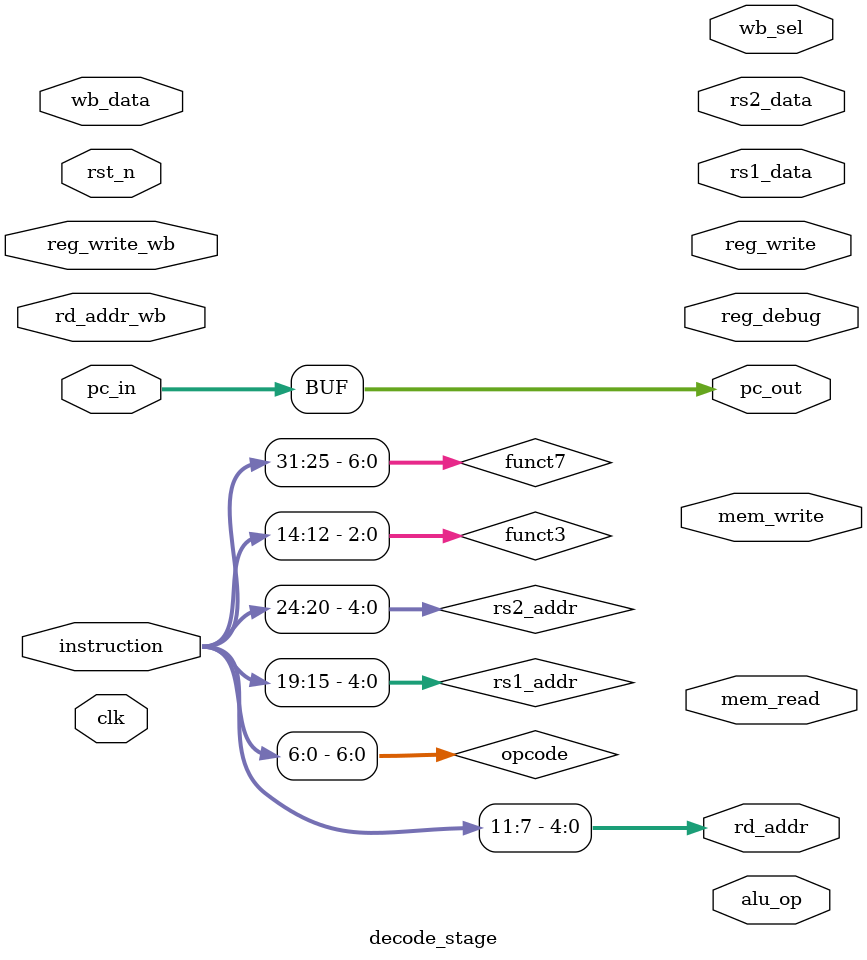
<source format=sv>

module decode_stage (
    input  logic        clk,
    input  logic        rst_n,
    input  logic [31:0] pc_in,
    input  logic [31:0] instruction,
    
    // Writeback signals
    input  logic        reg_write_wb,
    input  logic [4:0]  rd_addr_wb,
    input  logic [31:0] wb_data,
    
    // Outputs to execute stage
    output logic [31:0] rs1_data,
    output logic [31:0] rs2_data,
    output logic [31:0] pc_out,
    output logic [4:0]  rd_addr,
    output logic        reg_write,
    output logic        mem_read,
    output logic        mem_write,
    output logic [2:0]  alu_op,
    output logic [1:0]  wb_sel,
    
    // Debug interface
    output logic [31:0] reg_debug
);

    // Instruction fields
    logic [6:0]  opcode;
    logic [4:0]  rs1_addr, rs2_addr;
    logic [2:0]  funct3;
    logic [6:0]  funct7;
    logic [31:0] immediate;
    
    // Control signals
    logic        alu_src, reg_dst;
    logic        branch, jump;
    logic [1:0]  reg_write_sel;
    
    // Extract instruction fields
    assign opcode   = instruction[6:0];
    assign rd_addr  = instruction[11:7];
    assign funct3   = instruction[14:12];
    assign rs1_addr = instruction[19:15];
    assign rs2_addr = instruction[24:20];
    assign funct7   = instruction[31:25];
    
    assign pc_out = pc_in;
    
//    Register File Instantiation
//     register_file i_regfile (
//         .clk        (clk),
//         .rst_n      (rst_n),
//         .rs1_addr   (rs1_addr),
//         .rs2_addr   (rs2_addr),
//         .rd_addr    (rd_addr_wb),
//         .rd_data    (wb_data),
//         .reg_write  (reg_write_wb),
//         .rs1_data   (rs1_data),
//         .rs2_data   (rs2_data),
//         .reg_debug  (reg_debug)
//     );
    
//     // Immediate Generation
//     immediate_gen i_imm_gen (
//         .instruction(instruction),
//         .immediate  (immediate)
//     );
    
    // Main Control Unit
//     control_unit i_control (
//         .opcode     (opcode),
//         .funct3     (funct3),
//         .funct7     (funct7),
//         .reg_write  (reg_write),
//         .mem_read   (mem_read),
//         .mem_write  (mem_write),
//         .alu_src    (alu_src),
//         .alu_op     (alu_op),
//         .wb_sel     (wb_sel),
//         .branch     (branch),
//         .jump       (jump)
//     );

endmodule

</source>
